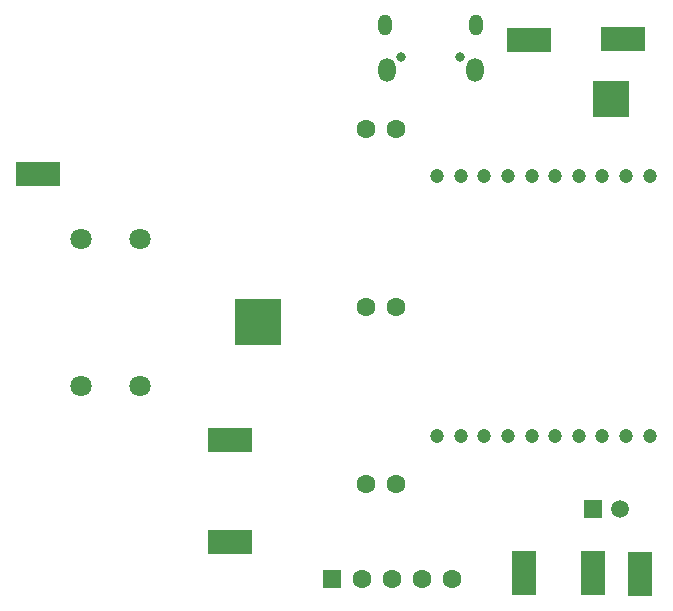
<source format=gbr>
%TF.GenerationSoftware,Altium Limited,Altium Designer,21.6.1 (37)*%
G04 Layer_Color=16711935*
%FSLAX43Y43*%
%MOMM*%
%TF.SameCoordinates,722F286E-688C-4CC3-9CBB-BCC5CCC684D6*%
%TF.FilePolarity,Negative*%
%TF.FileFunction,Soldermask,Bot*%
%TF.Part,Single*%
G01*
G75*
%TA.AperFunction,SMDPad,CuDef*%
%ADD15R,3.100X3.100*%
%ADD20R,3.930X3.930*%
%TA.AperFunction,ComponentPad*%
%ADD29O,1.450X2.000*%
%ADD30O,1.150X1.800*%
%ADD31C,0.800*%
%ADD32C,1.200*%
%ADD33C,1.600*%
%ADD34R,1.600X1.600*%
%ADD35R,1.500X1.500*%
%ADD36C,1.500*%
%ADD37C,1.800*%
%TA.AperFunction,ViaPad*%
%ADD40C,0.750*%
%TA.AperFunction,SMDPad,CuDef*%
%ADD41R,2.030X3.800*%
%ADD42R,3.800X2.030*%
D15*
X55900Y43332D02*
D03*
D20*
X25952Y24402D02*
D03*
D29*
X44325Y45791D02*
D03*
X36875D02*
D03*
D30*
X44475Y49591D02*
D03*
X36725D02*
D03*
D31*
X43100Y46841D02*
D03*
X38100D02*
D03*
D32*
X41150Y14755D02*
D03*
X43150D02*
D03*
X45150D02*
D03*
X47150D02*
D03*
X49150D02*
D03*
X51150D02*
D03*
X53150D02*
D03*
X55150D02*
D03*
X57150D02*
D03*
X59150D02*
D03*
X41150Y36755D02*
D03*
X43150D02*
D03*
X45150D02*
D03*
X47150D02*
D03*
X49150D02*
D03*
X51150D02*
D03*
X53150D02*
D03*
X55150D02*
D03*
X57150D02*
D03*
X59150D02*
D03*
D33*
X42418Y2667D02*
D03*
X39878D02*
D03*
X37338D02*
D03*
X34798D02*
D03*
X35140Y40746D02*
D03*
X37680D02*
D03*
X35140Y25746D02*
D03*
X37680D02*
D03*
X35140Y10746D02*
D03*
X37680D02*
D03*
D34*
X32258Y2667D02*
D03*
D35*
X54359Y8636D02*
D03*
D36*
X56639D02*
D03*
D37*
X11010Y18996D02*
D03*
Y31496D02*
D03*
X16010Y18996D02*
D03*
Y31496D02*
D03*
D40*
X54900Y42332D02*
D03*
Y43332D02*
D03*
X55900Y42332D02*
D03*
Y43332D02*
D03*
X56900Y42332D02*
D03*
Y43332D02*
D03*
X54900Y44332D02*
D03*
X55900D02*
D03*
X56900D02*
D03*
X25952Y25502D02*
D03*
Y24402D02*
D03*
X24852Y25502D02*
D03*
X27052Y24402D02*
D03*
Y23302D02*
D03*
Y25502D02*
D03*
X25952Y23302D02*
D03*
X24852Y24402D02*
D03*
Y23302D02*
D03*
D41*
X58300Y3100D02*
D03*
X48500Y3200D02*
D03*
X54359D02*
D03*
D42*
X48952Y48300D02*
D03*
X56900Y48400D02*
D03*
X7400Y37000D02*
D03*
X23622Y5842D02*
D03*
Y14478D02*
D03*
%TF.MD5,5658960f1fb8293f65d310340663164d*%
M02*

</source>
